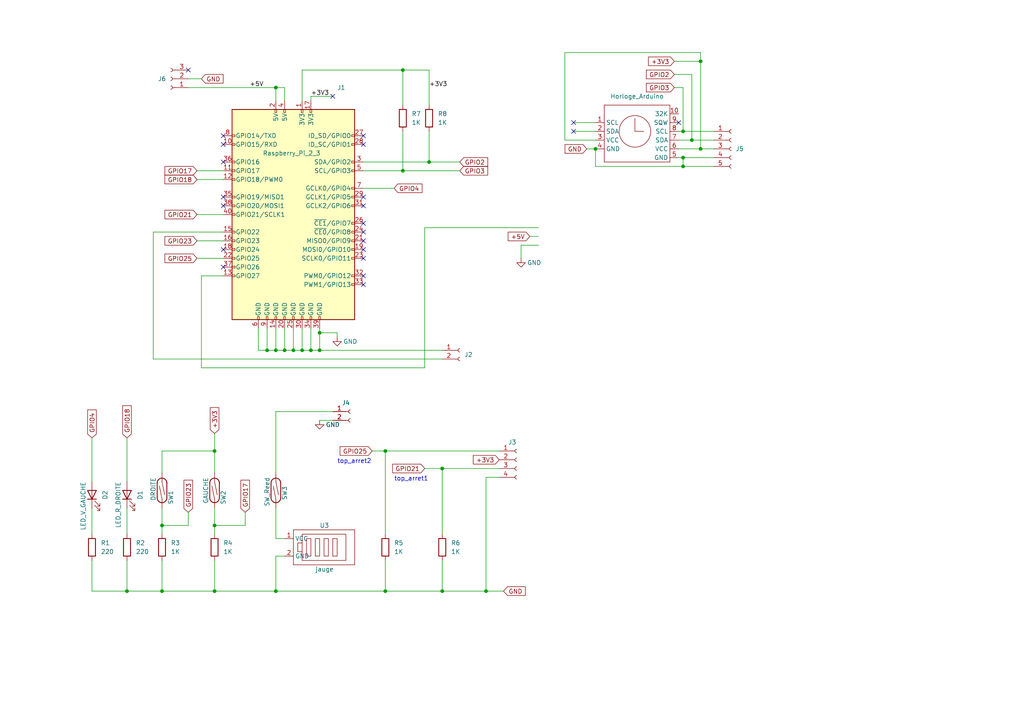
<source format=kicad_sch>
(kicad_sch (version 20211123) (generator eeschema)
  (paper "A4")
  (title_block (title "kosmos") (date "2022-06-02") (rev "V2") (company "konkarlab"))
  (lib_symbols
    (symbol "Conn_01x02_Female_1" (pin_names (offset 1.016) hide)
      (property "Reference" "J4" (at 2.54 -1.27 0))
      (property "Value" "12v_conv" (at 3.81 2.54 0))
      (symbol "Conn_01x02_Female_1_1_1"
        (arc (start 0 -2.032) (mid -0.508 -2.54) (end 0 -3.048) (stroke (width 0.1524)))
        (polyline (pts (xy -1.27 -2.54) (xy -0.508 -2.54)) (stroke (width 0.1524)))
        (polyline (pts (xy -1.27 0) (xy -0.508 0)) (stroke (width 0.1524)))
        (arc (start 0 0.508) (mid -0.508 0) (end 0 -0.508) (stroke (width 0.1524)))
        (pin passive line (at -5.08 0 0) (length 3.81) (name "Pin_1") (number "1"))
        (pin passive line (at -5.08 -2.54 0) (length 3.81) (name "Pin_2") (number "2"))
      )
    )
    (symbol "Conn_01x03_Female_1" (pin_names (offset 1.016) hide)
      (property "Reference" "J6" (at -1.27 6.35 0))
      (symbol "Conn_01x03_Female_1_1_1"
        (arc (start 0 -2.032) (mid -0.508 -2.54) (end 0 -3.048) (stroke (width 0.1524)))
        (polyline (pts (xy -1.27 -2.54) (xy -0.508 -2.54)) (stroke (width 0.1524)))
        (polyline (pts (xy -1.27 0) (xy -0.508 0)) (stroke (width 0.1524)))
        (polyline (pts (xy -1.27 2.54) (xy -0.508 2.54)) (stroke (width 0.1524)))
        (arc (start 0 0.508) (mid -0.508 0) (end 0 -0.508) (stroke (width 0.1524)))
        (arc (start 0 3.048) (mid -0.508 2.54) (end 0 2.032) (stroke (width 0.1524)))
        (pin passive line (at -5.08 2.54 0) (length 3.81) (name "Pin_1") (number "1"))
        (pin passive line (at -5.08 0 0) (length 3.81) (name "Pin_2") (number "2"))
        (pin passive line (at -5.08 -2.54 0) (length 3.81) (name "Pin_3") (number "3"))
      )
    )
    (symbol "Connector:Conn_01x02_Female" (pin_names (offset 1.016) hide)
      (property "Reference" "J2" (at 0.635 7.62 0))
      (property "Value" "CDE_ESP" (at 0.635 5.08 0))
      (symbol "Conn_01x02_Female_1_1"
        (arc (start 0 -2.032) (mid -0.508 -2.54) (end 0 -3.048) (stroke (width 0.1524)))
        (polyline (pts (xy -1.27 -2.54) (xy -0.508 -2.54)) (stroke (width 0.1524)))
        (polyline (pts (xy -1.27 0) (xy -0.508 0)) (stroke (width 0.1524)))
        (arc (start 0 0.508) (mid -0.508 0) (end 0 -0.508) (stroke (width 0.1524)))
        (pin passive line (at -5.08 0 0) (length 3.81) (name "Pin_1") (number "1"))
        (pin passive line (at -5.08 -2.54 0) (length 3.81) (name "Pin_2") (number "2"))
      )
    )
    (symbol "Connector:Conn_01x04_Female" (pin_names (offset 1.016) hide)
      (property "Reference" "J3" (at 1.27 0.0001 0))
      (property "Value" "FACADE" (at 1.27 -2.5399 0))
      (symbol "Conn_01x04_Female_1_1"
        (arc (start 0 -4.572) (mid -0.508 -5.08) (end 0 -5.588) (stroke (width 0.1524)))
        (arc (start 0 -2.032) (mid -0.508 -2.54) (end 0 -3.048) (stroke (width 0.1524)))
        (polyline (pts (xy -1.27 -5.08) (xy -0.508 -5.08)) (stroke (width 0.1524)))
        (polyline (pts (xy -1.27 -2.54) (xy -0.508 -2.54)) (stroke (width 0.1524)))
        (polyline (pts (xy -1.27 0) (xy -0.508 0)) (stroke (width 0.1524)))
        (polyline (pts (xy -1.27 2.54) (xy -0.508 2.54)) (stroke (width 0.1524)))
        (arc (start 0 0.508) (mid -0.508 0) (end 0 -0.508) (stroke (width 0.1524)))
        (arc (start 0 3.048) (mid -0.508 2.54) (end 0 2.032) (stroke (width 0.1524)))
        (pin passive line (at -5.08 2.54 0) (length 3.81) (name "Pin_1") (number "1"))
        (pin passive line (at -5.08 0 0) (length 3.81) (name "Pin_2") (number "2"))
        (pin passive line (at -5.08 -2.54 0) (length 3.81) (name "Pin_3") (number "3"))
        (pin passive line (at -5.08 -5.08 0) (length 3.81) (name "Pin_4") (number "4"))
      )
    )
    (symbol "Connector:Conn_01x05_Female" (pin_names (offset 1.016) hide)
      (property "Reference" "J?" (at 1.27 1.2701 0))
      (property "Value" "Conn_01x05_Female" (at 1.27 -1.2699 0))
      (symbol "Conn_01x05_Female_1_1"
        (arc (start 0 -4.572) (mid -0.508 -5.08) (end 0 -5.588) (stroke (width 0.1524)))
        (arc (start 0 -2.032) (mid -0.508 -2.54) (end 0 -3.048) (stroke (width 0.1524)))
        (polyline (pts (xy -1.27 -5.08) (xy -0.508 -5.08)) (stroke (width 0.1524)))
        (polyline (pts (xy -1.27 -2.54) (xy -0.508 -2.54)) (stroke (width 0.1524)))
        (polyline (pts (xy -1.27 0) (xy -0.508 0)) (stroke (width 0.1524)))
        (polyline (pts (xy -1.27 2.54) (xy -0.508 2.54)) (stroke (width 0.1524)))
        (polyline (pts (xy -1.27 5.08) (xy -0.508 5.08)) (stroke (width 0.1524)))
        (arc (start 0 0.508) (mid -0.508 0) (end 0 -0.508) (stroke (width 0.1524)))
        (arc (start 0 3.048) (mid -0.508 2.54) (end 0 2.032) (stroke (width 0.1524)))
        (arc (start 0 5.588) (mid -0.508 5.08) (end 0 4.572) (stroke (width 0.1524)))
        (pin passive line (at -5.08 5.08 0) (length 3.81) (name "Pin_1") (number "1"))
        (pin passive line (at -5.08 2.54 0) (length 3.81) (name "Pin_2") (number "2"))
        (pin passive line (at -5.08 0 0) (length 3.81) (name "Pin_3") (number "3"))
        (pin passive line (at -5.08 -2.54 0) (length 3.81) (name "Pin_4") (number "4"))
        (pin passive line (at -5.08 -5.08 0) (length 3.81) (name "Pin_5") (number "5"))
      )
    )
    (symbol "Connector:Raspberry_Pi_2_3" (pin_names (offset 1.016))
      (property "Reference" "J" (at -17.78 31.75 0))
      (property "Value" "Raspberry_Pi_2_3" (at 10.16 -31.75 0))
      (symbol "Raspberry_Pi_2_3_0_1"
        (rectangle (start -17.78 30.48) (end 17.78 -30.48) (stroke (width 0.254)) (fill (type background)))
      )
      (symbol "Raspberry_Pi_2_3_1_1"
        (rectangle (start -16.891 -17.526) (end -17.78 -18.034))
        (rectangle (start -16.891 -14.986) (end -17.78 -15.494))
        (rectangle (start -16.891 -12.446) (end -17.78 -12.954))
        (rectangle (start -16.891 -9.906) (end -17.78 -10.414))
        (rectangle (start -16.891 -7.366) (end -17.78 -7.874))
        (rectangle (start -16.891 -4.826) (end -17.78 -5.334))
        (rectangle (start -16.891 0.254) (end -17.78 -0.254))
        (rectangle (start -16.891 2.794) (end -17.78 2.286))
        (rectangle (start -16.891 5.334) (end -17.78 4.826))
        (rectangle (start -16.891 10.414) (end -17.78 9.906))
        (rectangle (start -16.891 12.954) (end -17.78 12.446))
        (rectangle (start -16.891 15.494) (end -17.78 14.986))
        (rectangle (start -16.891 20.574) (end -17.78 20.066))
        (rectangle (start -16.891 23.114) (end -17.78 22.606))
        (rectangle (start -10.414 -29.591) (end -9.906 -30.48))
        (rectangle (start -7.874 -29.591) (end -7.366 -30.48))
        (rectangle (start -5.334 -29.591) (end -4.826 -30.48))
        (rectangle (start -5.334 30.48) (end -4.826 29.591))
        (rectangle (start -2.794 -29.591) (end -2.286 -30.48))
        (rectangle (start -2.794 30.48) (end -2.286 29.591))
        (rectangle (start -0.254 -29.591) (end 0.254 -30.48))
        (rectangle (start 2.286 -29.591) (end 2.794 -30.48))
        (rectangle (start 2.286 30.48) (end 2.794 29.591))
        (rectangle (start 4.826 -29.591) (end 5.334 -30.48))
        (rectangle (start 4.826 30.48) (end 5.334 29.591))
        (rectangle (start 7.366 -29.591) (end 7.874 -30.48))
        (rectangle (start 17.78 -20.066) (end 16.891 -20.574))
        (rectangle (start 17.78 -17.526) (end 16.891 -18.034))
        (rectangle (start 17.78 -12.446) (end 16.891 -12.954))
        (rectangle (start 17.78 -9.906) (end 16.891 -10.414))
        (rectangle (start 17.78 -7.366) (end 16.891 -7.874))
        (rectangle (start 17.78 -4.826) (end 16.891 -5.334))
        (rectangle (start 17.78 -2.286) (end 16.891 -2.794))
        (rectangle (start 17.78 2.794) (end 16.891 2.286))
        (rectangle (start 17.78 5.334) (end 16.891 4.826))
        (rectangle (start 17.78 7.874) (end 16.891 7.366))
        (rectangle (start 17.78 12.954) (end 16.891 12.446))
        (rectangle (start 17.78 15.494) (end 16.891 14.986))
        (rectangle (start 17.78 20.574) (end 16.891 20.066))
        (rectangle (start 17.78 23.114) (end 16.891 22.606))
        (pin power_in line (at 2.54 33.02 270) (length 2.54) (name "3V3") (number "1"))
        (pin bidirectional line (at -20.32 20.32 0) (length 2.54) (name "GPIO15/RXD") (number "10"))
        (pin bidirectional line (at -20.32 12.7 0) (length 2.54) (name "GPIO17") (number "11"))
        (pin bidirectional line (at -20.32 10.16 0) (length 2.54) (name "GPIO18/PWM0") (number "12"))
        (pin bidirectional line (at -20.32 -17.78 0) (length 2.54) (name "GPIO27") (number "13"))
        (pin power_in line (at -5.08 -33.02 90) (length 2.54) (name "GND") (number "14"))
        (pin bidirectional line (at -20.32 -5.08 0) (length 2.54) (name "GPIO22") (number "15"))
        (pin bidirectional line (at -20.32 -7.62 0) (length 2.54) (name "GPIO23") (number "16"))
        (pin power_in line (at 5.08 33.02 270) (length 2.54) (name "3V3") (number "17"))
        (pin bidirectional line (at -20.32 -10.16 0) (length 2.54) (name "GPIO24") (number "18"))
        (pin bidirectional line (at 20.32 -10.16 180) (length 2.54) (name "MOSI0/GPIO10") (number "19"))
        (pin power_in line (at -5.08 33.02 270) (length 2.54) (name "5V") (number "2"))
        (pin power_in line (at -2.54 -33.02 90) (length 2.54) (name "GND") (number "20"))
        (pin bidirectional line (at 20.32 -7.62 180) (length 2.54) (name "MISO0/GPIO9") (number "21"))
        (pin bidirectional line (at -20.32 -12.7 0) (length 2.54) (name "GPIO25") (number "22"))
        (pin bidirectional line (at 20.32 -12.7 180) (length 2.54) (name "SCLK0/GPIO11") (number "23"))
        (pin bidirectional line (at 20.32 -5.08 180) (length 2.54) (name "~{CE0}/GPIO8") (number "24"))
        (pin power_in line (at 0 -33.02 90) (length 2.54) (name "GND") (number "25"))
        (pin bidirectional line (at 20.32 -2.54 180) (length 2.54) (name "~{CE1}/GPIO7") (number "26"))
        (pin bidirectional line (at 20.32 22.86 180) (length 2.54) (name "ID_SD/GPIO0") (number "27"))
        (pin bidirectional line (at 20.32 20.32 180) (length 2.54) (name "ID_SC/GPIO1") (number "28"))
        (pin bidirectional line (at 20.32 5.08 180) (length 2.54) (name "GCLK1/GPIO5") (number "29"))
        (pin bidirectional line (at 20.32 15.24 180) (length 2.54) (name "SDA/GPIO2") (number "3"))
        (pin power_in line (at 2.54 -33.02 90) (length 2.54) (name "GND") (number "30"))
        (pin bidirectional line (at 20.32 2.54 180) (length 2.54) (name "GCLK2/GPIO6") (number "31"))
        (pin bidirectional line (at 20.32 -17.78 180) (length 2.54) (name "PWM0/GPIO12") (number "32"))
        (pin bidirectional line (at 20.32 -20.32 180) (length 2.54) (name "PWM1/GPIO13") (number "33"))
        (pin power_in line (at 5.08 -33.02 90) (length 2.54) (name "GND") (number "34"))
        (pin bidirectional line (at -20.32 5.08 0) (length 2.54) (name "GPIO19/MISO1") (number "35"))
        (pin bidirectional line (at -20.32 15.24 0) (length 2.54) (name "GPIO16") (number "36"))
        (pin bidirectional line (at -20.32 -15.24 0) (length 2.54) (name "GPIO26") (number "37"))
        (pin bidirectional line (at -20.32 2.54 0) (length 2.54) (name "GPIO20/MOSI1") (number "38"))
        (pin power_in line (at 7.62 -33.02 90) (length 2.54) (name "GND") (number "39"))
        (pin power_in line (at -2.54 33.02 270) (length 2.54) (name "5V") (number "4"))
        (pin bidirectional line (at -20.32 0 0) (length 2.54) (name "GPIO21/SCLK1") (number "40"))
        (pin bidirectional line (at 20.32 12.7 180) (length 2.54) (name "SCL/GPIO3") (number "5"))
        (pin power_in line (at -10.16 -33.02 90) (length 2.54) (name "GND") (number "6"))
        (pin bidirectional line (at 20.32 7.62 180) (length 2.54) (name "GCLK0/GPIO4") (number "7"))
        (pin bidirectional line (at -20.32 22.86 0) (length 2.54) (name "GPIO14/TXD") (number "8"))
        (pin power_in line (at -7.62 -33.02 90) (length 2.54) (name "GND") (number "9"))
      )
    )
    (symbol "Device:LED" (pin_numbers hide) (pin_names (offset 1.016) hide)
      (property "Reference" "D" (at 0 2.54 0))
      (property "Value" "LED" (at 0 -2.54 0))
      (symbol "LED_0_1"
        (polyline (pts (xy -1.27 -1.27) (xy -1.27 1.27)) (stroke (width 0.254)))
        (polyline (pts (xy -1.27 0) (xy 1.27 0)))
        (polyline (pts (xy 1.27 -1.27) (xy 1.27 1.27) (xy -1.27 0) (xy 1.27 -1.27)) (stroke (width 0.254)))
        (polyline (pts (xy -3.048 -0.762) (xy -4.572 -2.286) (xy -3.81 -2.286) (xy -4.572 -2.286) (xy -4.572 -1.524)))
        (polyline (pts (xy -1.778 -0.762) (xy -3.302 -2.286) (xy -2.54 -2.286) (xy -3.302 -2.286) (xy -3.302 -1.524)))
      )
      (symbol "LED_1_1"
        (pin passive line (at -3.81 0 0) (length 2.54) (name "K") (number "1"))
        (pin passive line (at 3.81 0 180) (length 2.54) (name "A") (number "2"))
      )
    )
    (symbol "Device:R" (pin_numbers hide) (pin_names (offset 0))
      (property "Reference" "R1" (at 2.54 1.2701 0))
      (property "Value" "R" (at 2.54 -1.2699 0))
      (symbol "R_0_1"
        (rectangle (start -1.016 -2.54) (end 1.016 2.54) (stroke (width 0.254)))
      )
      (symbol "R_1_1"
        (pin passive line (at 0 3.81 270) (length 1.27) (name "~") (number "1"))
        (pin passive line (at 0 -3.81 90) (length 1.27) (name "~") (number "2"))
      )
    )
    (symbol "Switch:SW_Reed" (pin_numbers hide) (pin_names (offset 0) hide)
      (property "Reference" "SW1" (at 0 6.35 0))
      (property "Value" "SW_Reed" (at 0 3.81 0))
      (symbol "SW_Reed_0_0"
        (arc (start -2.159 1.397) (mid -3.556 0) (end -2.159 -1.397) (stroke (width 0.254)))
        (polyline (pts (xy -2.54 0) (xy 1.27 0.762)))
        (polyline (pts (xy -2.159 -1.397) (xy 2.286 -1.397)) (stroke (width 0.254)))
        (polyline (pts (xy 2.159 1.397) (xy -2.159 1.397)) (stroke (width 0.254)))
        (polyline (pts (xy 2.54 0) (xy -1.27 -0.762)))
        (arc (start 2.159 -1.397) (mid 3.556 0) (end 2.159 1.397) (stroke (width 0.254)))
      )
      (symbol "SW_Reed_1_1"
        (pin passive line (at -5.08 0 0) (length 2.54) (name "1") (number "1"))
        (pin passive line (at 5.08 0 180) (length 2.54) (name "2") (number "2"))
      )
    )
    (symbol "ma_librairie:Horloge_Arduino"
      (property "Reference" "U?" (at 8.89 -21.59 0))
      (property "Value" "Horloge_Arduino" (at 2.54 -17.78 0))
      (symbol "Horloge_Arduino_0_1"
        (polyline (pts (xy 8.89 -3.81) (xy 8.89 -7.62) (xy 11.43 -7.62)))
        (polyline (pts (xy 0 0) (xy 19.05 0) (xy 19.05 -16.51) (xy 0 -16.51) (xy 0 0)))
        (circle (center 8.89 -7.62) (radius 4.5791))
      )
      (symbol "Horloge_Arduino_1_1"
        (pin input line (at -2.54 -5.08 0) (length 2.54) (name "SCL") (number "1"))
        (pin input line (at 21.59 -2.54 180) (length 2.54) (name "32K") (number "10"))
        (pin input line (at -2.54 -7.62 0) (length 2.54) (name "SDA") (number "2"))
        (pin input line (at -2.54 -10.16 0) (length 2.54) (name "VCC") (number "3"))
        (pin input line (at -2.54 -12.7 0) (length 2.54) (name "GND") (number "4"))
        (pin input line (at 21.59 -15.24 180) (length 2.54) (name "GND") (number "5"))
        (pin input line (at 21.59 -12.7 180) (length 2.54) (name "VCC") (number "6"))
        (pin input line (at 21.59 -10.16 180) (length 2.54) (name "SDA") (number "7"))
        (pin input line (at 21.59 -7.62 180) (length 2.54) (name "SCL") (number "8"))
        (pin input line (at 21.59 -5.08 180) (length 2.54) (name "SQW") (number "9"))
      )
    )
    (symbol "ma_librairie:jauge"
      (property "Reference" "U" (at -3.81 2.54 0))
      (property "Value" "jauge" (at -3.81 2.54 0))
      (symbol "jauge_0_1"
        (polyline (pts (xy 2.54 -3.81) (xy 1.27 -3.81) (xy 1.27 -6.35) (xy 2.54 -6.35)))
        (polyline (pts (xy 0 0) (xy 17.78 0) (xy 17.78 -10.16) (xy 0 -10.16) (xy 0 0)))
        (polyline (pts (xy 2.54 -1.27) (xy 15.24 -1.27) (xy 15.24 -8.89) (xy 2.54 -8.89) (xy 2.54 -1.27)))
        (polyline (pts (xy 3.81 -2.54) (xy 3.81 -7.62) (xy 5.08 -7.62) (xy 5.08 -2.54) (xy 3.81 -2.54)))
        (polyline (pts (xy 6.35 -2.54) (xy 6.35 -7.62) (xy 7.62 -7.62) (xy 7.62 -2.54) (xy 6.35 -2.54)))
        (polyline (pts (xy 8.89 -2.54) (xy 8.89 -7.62) (xy 10.16 -7.62) (xy 10.16 -2.54) (xy 8.89 -2.54)))
        (polyline (pts (xy 11.43 -2.54) (xy 11.43 -7.62) (xy 12.7 -7.62) (xy 12.7 -2.54) (xy 11.43 -2.54)))
      )
      (symbol "jauge_1_1"
        (pin input line (at -2.54 -2.54 0) (length 2.54) (name "VCC") (number "1"))
        (pin input line (at -2.54 -7.62 0) (length 2.54) (name "GND") (number "2"))
      )
    )
    (symbol "power:GND" (power) (pin_names (offset 0))
      (property "Value" "GND" (at 0 -3.81 0))
      (symbol "GND_0_1"
        (polyline (pts (xy 0 0) (xy 0 -1.27) (xy 1.27 -1.27) (xy 0 -2.54) (xy -1.27 -1.27) (xy 0 -1.27)))
      )
      (symbol "GND_1_1"
        (pin power_in line (at 0 0 270) (length 0) hide (name "GND") (number "1"))
      )
    )
  )
  (junction (at 80.01 101.6))
  (junction (at 87.63 101.6))
  (junction (at 80.01 171.45))
  (junction (at 92.71 96.52))
  (junction (at 128.27 135.89))
  (junction (at 198.12 48.26))
  (junction (at 203.2 17.78))
  (junction (at 128.27 171.45))
  (junction (at 90.17 101.6))
  (junction (at 62.23 152.4))
  (junction (at 124.46 46.99))
  (junction (at 36.83 171.45))
  (junction (at 200.66 40.64))
  (junction (at 111.76 171.45))
  (junction (at 92.71 101.6))
  (junction (at 116.84 49.53))
  (junction (at 80.01 25.4))
  (junction (at 46.99 171.45))
  (junction (at 62.23 171.45))
  (junction (at 140.97 171.45))
  (junction (at 85.09 101.6))
  (junction (at 172.72 43.18))
  (junction (at 198.12 45.72))
  (junction (at 116.84 20.32))
  (junction (at 203.2 43.18))
  (junction (at 111.76 130.81))
  (junction (at 46.99 152.4))
  (junction (at 62.23 130.81))
  (junction (at 198.12 38.1))
  (junction (at 82.55 101.6))
  (junction (at 77.47 101.6))
  (no_connect (at 196.85 35.56))
  (no_connect (at 96.52 27.94))
  (no_connect (at 105.41 41.91))
  (no_connect (at 105.41 39.37))
  (no_connect (at 105.41 57.15))
  (no_connect (at 105.41 67.31))
  (no_connect (at 105.41 64.77))
  (no_connect (at 105.41 59.69))
  (no_connect (at 64.77 39.37))
  (no_connect (at 64.77 41.91))
  (no_connect (at 64.77 77.47))
  (no_connect (at 64.77 72.39))
  (no_connect (at 64.77 59.69))
  (no_connect (at 64.77 57.15))
  (no_connect (at 64.77 46.99))
  (no_connect (at 105.41 82.55))
  (no_connect (at 105.41 80.01))
  (no_connect (at 105.41 74.93))
  (no_connect (at 105.41 72.39))
  (no_connect (at 105.41 69.85))
  (no_connect (at 166.37 35.56))
  (no_connect (at 166.37 38.1))
  (no_connect (at 54.61 20.32))
  (wire (pts (xy 200.66 40.64) (xy 207.01 40.64)))
  (wire (pts (xy 92.71 121.92) (xy 96.52 121.92)))
  (wire (pts (xy 111.76 171.45) (xy 128.27 171.45)))
  (wire (pts (xy 172.72 43.18) (xy 172.72 48.26)))
  (wire (pts (xy 80.01 137.16) (xy 80.01 119.38)))
  (wire (pts (xy 82.55 95.25) (xy 82.55 101.6)))
  (wire (pts (xy 198.12 38.1) (xy 207.01 38.1)))
  (wire (pts (xy 163.83 40.64) (xy 163.83 15.24)))
  (wire (pts (xy 156.21 68.58) (xy 153.67 68.58)))
  (wire (pts (xy 80.01 156.21) (xy 82.55 156.21)))
  (wire (pts (xy 26.67 171.45) (xy 36.83 171.45)))
  (wire (pts (xy 92.71 101.6) (xy 92.71 96.52)))
  (wire (pts (xy 46.99 147.32) (xy 46.99 152.4)))
  (wire (pts (xy 116.84 20.32) (xy 116.84 30.48)))
  (wire (pts (xy 87.63 29.21) (xy 87.63 20.32)))
  (wire (pts (xy 80.01 95.25) (xy 80.01 101.6)))
  (wire (pts (xy 57.15 74.93) (xy 64.77 74.93)))
  (wire (pts (xy 57.15 69.85) (xy 64.77 69.85)))
  (wire (pts (xy 200.66 21.59) (xy 200.66 40.64)))
  (wire (pts (xy 105.41 49.53) (xy 116.84 49.53)))
  (wire (pts (xy 71.12 148.59) (xy 71.12 152.4)))
  (wire (pts (xy 151.13 71.12) (xy 156.21 71.12)))
  (wire (pts (xy 128.27 154.94) (xy 128.27 135.89)))
  (wire (pts (xy 26.67 162.56) (xy 26.67 171.45)))
  (wire (pts (xy 80.01 119.38) (xy 96.52 119.38)))
  (wire (pts (xy 62.23 130.81) (xy 62.23 125.73)))
  (wire (pts (xy 82.55 25.4) (xy 80.01 25.4)))
  (wire (pts (xy 90.17 29.21) (xy 90.17 27.94)))
  (wire (pts (xy 64.77 67.31) (xy 44.45 67.31)))
  (wire (pts (xy 203.2 17.78) (xy 203.2 43.18)))
  (wire (pts (xy 87.63 101.6) (xy 90.17 101.6)))
  (wire (pts (xy 124.46 38.1) (xy 124.46 46.99)))
  (wire (pts (xy 195.58 25.4) (xy 198.12 25.4)))
  (wire (pts (xy 207.01 43.18) (xy 203.2 43.18)))
  (wire (pts (xy 26.67 127) (xy 26.67 139.7)))
  (wire (pts (xy 195.58 21.59) (xy 200.66 21.59)))
  (wire (pts (xy 87.63 95.25) (xy 87.63 101.6)))
  (wire (pts (xy 46.99 162.56) (xy 46.99 171.45)))
  (wire (pts (xy 44.45 67.31) (xy 44.45 104.14)))
  (wire (pts (xy 90.17 95.25) (xy 90.17 101.6)))
  (wire (pts (xy 80.01 171.45) (xy 111.76 171.45)))
  (wire (pts (xy 105.41 54.61) (xy 114.3 54.61)))
  (wire (pts (xy 128.27 171.45) (xy 140.97 171.45)))
  (wire (pts (xy 82.55 101.6) (xy 85.09 101.6)))
  (wire (pts (xy 151.13 74.93) (xy 151.13 71.12)))
  (wire (pts (xy 92.71 101.6) (xy 128.27 101.6)))
  (wire (pts (xy 128.27 162.56) (xy 128.27 171.45)))
  (wire (pts (xy 140.97 171.45) (xy 146.05 171.45)))
  (wire (pts (xy 80.01 161.29) (xy 80.01 171.45)))
  (wire (pts (xy 196.85 45.72) (xy 198.12 45.72)))
  (wire (pts (xy 80.01 101.6) (xy 82.55 101.6)))
  (wire (pts (xy 144.78 138.43) (xy 140.97 138.43)))
  (wire (pts (xy 62.23 147.32) (xy 62.23 152.4)))
  (wire (pts (xy 46.99 171.45) (xy 62.23 171.45)))
  (wire (pts (xy 128.27 135.89) (xy 144.78 135.89)))
  (wire (pts (xy 77.47 101.6) (xy 80.01 101.6)))
  (wire (pts (xy 87.63 20.32) (xy 116.84 20.32)))
  (wire (pts (xy 170.18 43.18) (xy 172.72 43.18)))
  (wire (pts (xy 90.17 101.6) (xy 92.71 101.6)))
  (wire (pts (xy 196.85 38.1) (xy 198.12 38.1)))
  (wire (pts (xy 54.61 148.59) (xy 54.61 152.4)))
  (wire (pts (xy 85.09 101.6) (xy 87.63 101.6)))
  (wire (pts (xy 166.37 38.1) (xy 172.72 38.1)))
  (wire (pts (xy 58.42 106.68) (xy 123.19 106.68)))
  (wire (pts (xy 36.83 127) (xy 36.83 139.7)))
  (wire (pts (xy 123.19 135.89) (xy 128.27 135.89)))
  (wire (pts (xy 71.12 152.4) (xy 62.23 152.4)))
  (wire (pts (xy 116.84 20.32) (xy 124.46 20.32)))
  (wire (pts (xy 107.95 130.81) (xy 111.76 130.81)))
  (wire (pts (xy 77.47 95.25) (xy 77.47 101.6)))
  (wire (pts (xy 57.15 52.07) (xy 64.77 52.07)))
  (wire (pts (xy 46.99 152.4) (xy 46.99 154.94)))
  (wire (pts (xy 54.61 152.4) (xy 46.99 152.4)))
  (wire (pts (xy 124.46 20.32) (xy 124.46 30.48)))
  (wire (pts (xy 54.61 22.86) (xy 58.42 22.86)))
  (wire (pts (xy 163.83 40.64) (xy 172.72 40.64)))
  (wire (pts (xy 124.46 46.99) (xy 133.35 46.99)))
  (wire (pts (xy 58.42 80.01) (xy 58.42 106.68)))
  (wire (pts (xy 80.01 147.32) (xy 80.01 156.21)))
  (wire (pts (xy 123.19 106.68) (xy 123.19 66.04)))
  (wire (pts (xy 74.93 95.25) (xy 74.93 101.6)))
  (wire (pts (xy 62.23 130.81) (xy 62.23 137.16)))
  (wire (pts (xy 105.41 46.99) (xy 124.46 46.99)))
  (wire (pts (xy 196.85 43.18) (xy 203.2 43.18)))
  (wire (pts (xy 64.77 80.01) (xy 58.42 80.01)))
  (wire (pts (xy 62.23 171.45) (xy 80.01 171.45)))
  (wire (pts (xy 123.19 66.04) (xy 156.21 66.04)))
  (wire (pts (xy 46.99 137.16) (xy 46.99 130.81)))
  (wire (pts (xy 198.12 45.72) (xy 207.01 45.72)))
  (wire (pts (xy 62.23 162.56) (xy 62.23 171.45)))
  (wire (pts (xy 80.01 29.21) (xy 80.01 25.4)))
  (wire (pts (xy 111.76 154.94) (xy 111.76 130.81)))
  (wire (pts (xy 111.76 162.56) (xy 111.76 171.45)))
  (wire (pts (xy 82.55 29.21) (xy 82.55 25.4)))
  (wire (pts (xy 140.97 138.43) (xy 140.97 171.45)))
  (wire (pts (xy 74.93 101.6) (xy 77.47 101.6)))
  (wire (pts (xy 92.71 96.52) (xy 92.71 95.25)))
  (wire (pts (xy 116.84 49.53) (xy 133.35 49.53)))
  (wire (pts (xy 57.15 62.23) (xy 64.77 62.23)))
  (wire (pts (xy 163.83 15.24) (xy 203.2 15.24)))
  (wire (pts (xy 195.58 17.78) (xy 203.2 17.78)))
  (wire (pts (xy 36.83 171.45) (xy 46.99 171.45)))
  (wire (pts (xy 54.61 25.4) (xy 80.01 25.4)))
  (wire (pts (xy 198.12 25.4) (xy 198.12 38.1)))
  (wire (pts (xy 203.2 15.24) (xy 203.2 17.78)))
  (wire (pts (xy 198.12 48.26) (xy 207.01 48.26)))
  (wire (pts (xy 166.37 35.56) (xy 172.72 35.56)))
  (wire (pts (xy 62.23 152.4) (xy 62.23 154.94)))
  (wire (pts (xy 85.09 95.25) (xy 85.09 101.6)))
  (wire (pts (xy 97.79 96.52) (xy 92.71 96.52)))
  (wire (pts (xy 90.17 27.94) (xy 96.52 27.94)))
  (wire (pts (xy 36.83 162.56) (xy 36.83 171.45)))
  (wire (pts (xy 26.67 147.32) (xy 26.67 154.94)))
  (wire (pts (xy 172.72 48.26) (xy 198.12 48.26)))
  (wire (pts (xy 57.15 49.53) (xy 64.77 49.53)))
  (wire (pts (xy 36.83 147.32) (xy 36.83 154.94)))
  (wire (pts (xy 116.84 38.1) (xy 116.84 49.53)))
  (wire (pts (xy 111.76 130.81) (xy 144.78 130.81)))
  (wire (pts (xy 46.99 130.81) (xy 62.23 130.81)))
  (wire (pts (xy 97.79 97.79) (xy 97.79 96.52)))
  (wire (pts (xy 44.45 104.14) (xy 128.27 104.14)))
  (wire (pts (xy 82.55 161.29) (xy 80.01 161.29)))
  (wire (pts (xy 198.12 45.72) (xy 198.12 48.26)))
  (wire (pts (xy 196.85 40.64) (xy 200.66 40.64)))
  (text "top_arret2" (at 97.79 134.62 0) (effects (font (size 1.27 1.27)) (justify left bottom)))
  (text "top_arret1" (at 114.3 139.7 0) (effects (font (size 1.27 1.27)) (justify left bottom)))
  (label "+3V3" (at 124.46 25.4 0))
  (label "+3V3" (at 90.17 27.94 0))
  (label "+5V" (at 72.39 25.4 0))
  (global_label "+3V3" (shape input) (at 195.58 17.78 180) (property "Intersheet References" "${INTERSHEET_REFS}" (effects hide)))
  (global_label "GPIO21" (shape input) (at 57.15 62.23 180) (property "Références Inter-Feuilles" "${INTERSHEET_REFS}" (effects hide)))
  (global_label "GPIO23" (shape input) (at 57.15 69.85 180) (property "Références Inter-Feuilles" "${INTERSHEET_REFS}" (effects hide)))
  (global_label "GPIO21" (shape input) (at 123.19 135.89 180) (property "Références Inter-Feuilles" "${INTERSHEET_REFS}" (effects hide)))
  (global_label "GPIO18" (shape input) (at 36.83 127 90) (property "Références Inter-Feuilles" "${INTERSHEET_REFS}" (effects hide)))
  (global_label "GPIO2" (shape input) (at 133.35 46.99 0) (property "Références Inter-Feuilles" "${INTERSHEET_REFS}" (effects hide)))
  (global_label "GPIO3" (shape input) (at 133.35 49.53 0) (property "Références Inter-Feuilles" "${INTERSHEET_REFS}" (effects hide)))
  (global_label "GND" (shape input) (at 170.18 43.18 180) (property "Références Inter-Feuilles" "${INTERSHEET_REFS}" (effects hide)))
  (global_label "GPIO25" (shape input) (at 107.95 130.81 180) (property "Références Inter-Feuilles" "${INTERSHEET_REFS}" (effects hide)))
  (global_label "GPIO4" (shape input) (at 26.67 127 90) (property "Références Inter-Feuilles" "${INTERSHEET_REFS}" (effects hide)))
  (global_label "GPIO3" (shape input) (at 195.58 25.4 180) (property "Références Inter-Feuilles" "${INTERSHEET_REFS}" (effects hide)))
  (global_label "+3V3" (shape input) (at 62.23 125.73 90) (property "Intersheet References" "${INTERSHEET_REFS}" (effects hide)))
  (global_label "GPIO17" (shape input) (at 71.12 148.59 90) (property "Références Inter-Feuilles" "${INTERSHEET_REFS}" (effects hide)))
  (global_label "GND" (shape input) (at 146.05 171.45 0) (property "Références Inter-Feuilles" "${INTERSHEET_REFS}" (effects hide)))
  (global_label "GPIO2" (shape input) (at 195.58 21.59 180) (property "Références Inter-Feuilles" "${INTERSHEET_REFS}" (effects hide)))
  (global_label "+5V" (shape input) (at 153.67 68.58 180) (property "Références Inter-Feuilles" "${INTERSHEET_REFS}" (effects hide)))
  (global_label "GPIO17" (shape input) (at 57.15 49.53 180) (property "Références Inter-Feuilles" "${INTERSHEET_REFS}" (effects hide)))
  (global_label "GPIO18" (shape input) (at 57.15 52.07 180) (property "Références Inter-Feuilles" "${INTERSHEET_REFS}" (effects hide)))
  (global_label "GPIO23" (shape input) (at 54.61 148.59 90) (property "Références Inter-Feuilles" "${INTERSHEET_REFS}" (effects hide)))
  (global_label "GPIO25" (shape input) (at 57.15 74.93 180) (property "Références Inter-Feuilles" "${INTERSHEET_REFS}" (effects hide)))
  (global_label "+3V3" (shape input) (at 144.78 133.35 180) (property "Intersheet References" "${INTERSHEET_REFS}" (effects hide)))
  (global_label "GPIO4" (shape input) (at 114.3 54.61 0) (property "Références Inter-Feuilles" "${INTERSHEET_REFS}" (effects hide)))
  (global_label "GND" (shape input) (at 58.42 22.86 0) (property "Références Inter-Feuilles" "${INTERSHEET_REFS}" (effects hide)))
  (symbol (lib_id "Connector:Conn_01x02_Female") (at 133.35 101.6 0) (unit 1)
    (property "Reference" "J2" (at 135.89 102.87 0))
    (property "Value" "CDE_ESP" (effects hide))
    (property "Footprint" "Connector_PinHeader_2.54mm:PinHeader_1x02_P2.54mm_Vertical" (effects hide))
    (property "Footprint" "Connector_PinHeader_2.54mm:PinHeader_1x02_P2.54mm_Vertical" (effects hide))
    (property "Reference" "J2" (effects hide))
    (property "Value" "CDE_ESP" (effects hide))
  )
  (symbol (lib_id "ma_librairie:jauge") (at 85.09 153.67 0) (unit 1)
    (property "Reference" "U3" (at 92.71 152.4 0) (effects (justify left)))
    (property "Value" "jauge" (at 91.44 165.1 0) (effects (justify left)))
    (property "Footprint" "Ma_librairie1:Jauge_arduino" (effects hide))
  )
  (symbol (lib_id "Switch:SW_Reed") (at 80.01 142.24 90) (unit 1)
    (property "Reference" "SW3" (at 82.55 140.9699 0) (effects (justify right)))
    (property "Value" "SW_Reed" (at 77.47 138.43 0) (effects (justify right)))
    (property "Footprint" "Resistor_THT:R_Axial_DIN0207_L6.3mm_D2.5mm_P15.24mm_Horizontal" (effects hide))
  )
  (symbol (lib_id "Connector:Conn_01x05_Female") (at 212.09 43.18 0) (unit 1)
    (property "Reference" "J5" (at 213.36 43.1799 0) (effects (justify left)))
    (property "Value" "Conn_01x05_Female" (effects hide))
    (property "Footprint" "Connector_PinHeader_2.54mm:PinHeader_1x05_P2.54mm_Vertical" (effects hide))
  )
  (symbol (lib_id "Device:R") (at 128.27 158.75 0) (unit 1)
    (property "Reference" "R6" (at 130.81 157.4799 0) (effects (justify left)))
    (property "Value" "1K" (at 130.81 160.0199 0) (effects (justify left)))
    (property "Footprint" "Resistor_THT:R_Axial_DIN0207_L6.3mm_D2.5mm_P10.16mm_Horizontal" (effects hide))
  )
  (symbol (lib_id "Device:R") (at 62.23 158.75 0) (unit 1)
    (property "Reference" "R4" (at 64.77 157.4799 0) (effects (justify left)))
    (property "Value" "1K" (at 64.77 160.0199 0) (effects (justify left)))
    (property "Footprint" "Resistor_THT:R_Axial_DIN0207_L6.3mm_D2.5mm_P10.16mm_Horizontal" (effects hide))
  )
  (symbol (lib_id "ma_librairie:Horloge_Arduino") (at 175.26 30.48 0) (unit 1)
    (property "Reference" "U1" (effects hide))
    (property "Value" "Horloge_Arduino" (at 184.785 27.94 0))
    (property "Footprint" "Ma_librairie1:Rtc_arduino" (effects hide))
  )
  (symbol (lib_id "Device:R") (at 46.99 158.75 0) (unit 1)
    (property "Reference" "R3" (at 49.53 157.4799 0) (effects (justify left)))
    (property "Value" "1K" (at 49.53 160.0199 0) (effects (justify left)))
    (property "Footprint" "Resistor_THT:R_Axial_DIN0207_L6.3mm_D2.5mm_P10.16mm_Horizontal" (effects hide))
  )
  (symbol (lib_id "Switch:SW_Reed") (at 46.99 142.24 90) (unit 1)
    (property "Reference" "SW1" (at 49.53 142.24 0) (effects (justify right)))
    (property "Value" "DROITE" (at 44.45 138.43 0) (effects (justify right)))
    (property "Footprint" "Resistor_THT:R_Axial_DIN0207_L6.3mm_D2.5mm_P15.24mm_Horizontal" (effects hide))
  )
  (symbol (lib_id "Device:R") (at 124.46 34.29 0) (unit 1)
    (property "Reference" "R8" (at 127 33.0199 0) (effects (justify left)))
    (property "Value" "1K" (at 127 35.5599 0) (effects (justify left)))
    (property "Footprint" "Resistor_THT:R_Axial_DIN0207_L6.3mm_D2.5mm_P10.16mm_Horizontal" (effects hide))
  )
  (symbol (lib_id "Device:LED") (at 26.67 143.51 90) (unit 1)
    (property "Reference" "D2" (at 30.48 142.24 0) (effects (justify right)))
    (property "Value" "LED_V_GAUCHE" (at 24.13 139.7 0) (effects (justify right)))
    (property "Footprint" "LED_THT:LED_D5.0mm_FlatTop" (effects hide))
  )
  (symbol (lib_id "Connector:Raspberry_Pi_2_3") (at 85.09 62.23 0) (unit 1)
    (property "Reference" "J1" (at 97.79 25.4 0) (effects (justify left)))
    (property "Value" "Raspberry_Pi_2_3" (at 76.2 44.45 0) (effects (justify left)))
    (property "Footprint" "Connector_PinHeader_2.54mm:PinHeader_2x20_P2.54mm_Vertical" (effects hide))
    (property "Datasheet" "https://www.raspberrypi.org/documentation/hardware/raspberrypi/schematics/rpi_SCH_3bplus_1p0_reduced.pdf" (effects hide))
  )
  (symbol (lib_name "Conn_01x02_Female_1") (lib_id "Connector:Conn_01x02_Female") (at 101.6 119.38 0) (unit 1)
    (property "Reference" "J4" (at 100.33 116.84 0))
    (property "Value" "12v_conv" (effects hide))
    (property "Footprint" "Connector_PinHeader_2.54mm:PinHeader_1x02_P2.54mm_Vertical" (effects hide))
    (property "Reference" "J4" (effects hide))
    (property "Value" "12v_conv" (effects hide))
  )
  (symbol (lib_id "Device:R") (at 116.84 34.29 0) (unit 1)
    (property "Reference" "R7" (at 119.38 33.0199 0) (effects (justify left)))
    (property "Value" "1K" (at 119.38 35.5599 0) (effects (justify left)))
    (property "Footprint" "Resistor_THT:R_Axial_DIN0207_L6.3mm_D2.5mm_P10.16mm_Horizontal" (effects hide))
  )
  (symbol (lib_name "Conn_01x03_Female_1") (lib_id "Connector:Conn_01x03_Female") (at 49.53 22.86 180) (unit 1)
    (property "Reference" "J6" (at 46.99 22.86 0))
    (property "Value" "5v_conv" (effects hide))
    (property "Footprint" "Connector_PinHeader_2.54mm:PinHeader_1x03_P2.54mm_Vertical" (effects hide))
    (property "Reference" "J6" (effects hide))
    (property "Value" "5v_conv" (effects hide))
  )
  (symbol (lib_id "Switch:SW_Reed") (at 62.23 142.24 90) (unit 1)
    (property "Reference" "SW2" (at 64.77 142.24 0) (effects (justify right)))
    (property "Value" "GAUCHE" (at 59.69 138.43 0) (effects (justify right)))
    (property "Footprint" "Resistor_THT:R_Axial_DIN0207_L6.3mm_D2.5mm_P15.24mm_Horizontal" (effects hide))
  )
  (symbol (lib_id "Device:LED") (at 36.83 143.51 90) (unit 1)
    (property "Reference" "D1" (at 40.64 142.24 0) (effects (justify right)))
    (property "Value" "LED_R_DROITE" (at 34.29 139.7 0) (effects (justify right)))
    (property "Footprint" "LED_THT:LED_D5.0mm_FlatTop" (effects hide))
  )
  (symbol (lib_id "Device:R") (at 111.76 158.75 0) (unit 1)
    (property "Reference" "R5" (at 114.3 157.4799 0) (effects (justify left)))
    (property "Value" "1K" (at 114.3 160.0199 0) (effects (justify left)))
    (property "Footprint" "Resistor_THT:R_Axial_DIN0207_L6.3mm_D2.5mm_P10.16mm_Horizontal" (effects hide))
  )
  (symbol (lib_id "Connector:Conn_01x04_Female") (at 149.86 133.35 0) (unit 1)
    (property "Reference" "J3" (at 148.59 128.27 0))
    (property "Value" "FACADE" (effects hide))
    (property "Footprint" "Connector_PinHeader_2.54mm:PinHeader_1x04_P2.54mm_Vertical" (effects hide))
    (property "Footprint" "Connector_PinHeader_2.54mm:PinHeader_1x04_P2.54mm_Vertical" (effects hide))
    (property "Reference" "J3" (effects hide))
    (property "Value" "FACADE" (effects hide))
  )
  (symbol (lib_id "power:GND") (at 151.13 74.93 0) (unit 1)
    (property "Reference" "#PWR0106" (effects hide))
    (property "Value" "GND" (at 154.94 76.2 0))
  )
  (symbol (lib_id "power:GND") (at 97.79 97.79 0) (unit 1)
    (property "Reference" "#PWR0101" (effects hide))
    (property "Value" "GND" (at 101.6 99.06 0))
  )
  (symbol (lib_id "power:GND") (at 92.71 121.92 0) (unit 1)
    (property "Reference" "#PWR0102" (effects hide))
    (property "Value" "GND" (at 96.52 123.19 0))
  )
  (symbol (lib_id "Device:R") (at 36.83 158.75 0) (unit 1)
    (property "Reference" "R2" (at 39.37 157.4799 0) (effects (justify left)))
    (property "Value" "220" (at 39.37 160.0199 0) (effects (justify left)))
    (property "Footprint" "Resistor_THT:R_Axial_DIN0207_L6.3mm_D2.5mm_P10.16mm_Horizontal" (effects hide))
  )
  (symbol (lib_id "Device:R") (at 26.67 158.75 0) (unit 1)
    (property "Reference" "R1" (at 29.21 157.4799 0) (effects (justify left)))
    (property "Value" "220" (at 29.21 160.0199 0) (effects (justify left)))
    (property "Footprint" "Resistor_THT:R_Axial_DIN0207_L6.3mm_D2.5mm_P10.16mm_Horizontal" (effects hide))
  )
)
</source>
